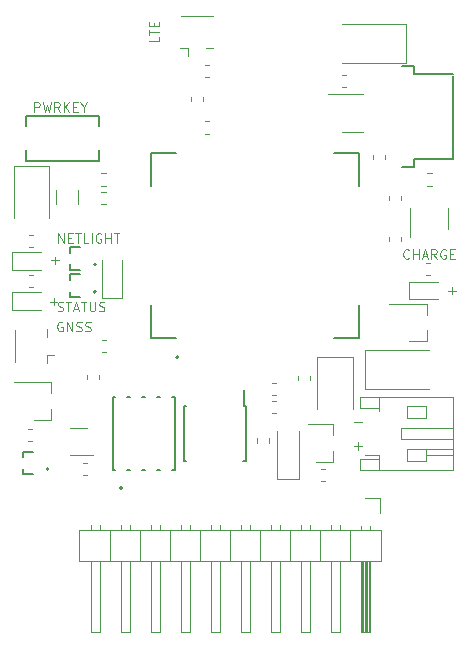
<source format=gto>
G04 #@! TF.GenerationSoftware,KiCad,Pcbnew,(5.1.4-0)*
G04 #@! TF.CreationDate,2021-09-04T15:45:49+08:00*
G04 #@! TF.ProjectId,SIM7080,53494d37-3038-4302-9e6b-696361645f70,V1.2*
G04 #@! TF.SameCoordinates,Original*
G04 #@! TF.FileFunction,Legend,Top*
G04 #@! TF.FilePolarity,Positive*
%FSLAX46Y46*%
G04 Gerber Fmt 4.6, Leading zero omitted, Abs format (unit mm)*
G04 Created by KiCad (PCBNEW (5.1.4-0)) date 2021-09-04 15:45:49*
%MOMM*%
%LPD*%
G04 APERTURE LIST*
%ADD10C,0.120000*%
%ADD11C,0.200000*%
%ADD12C,0.127000*%
%ADD13C,0.150000*%
%ADD14C,0.152400*%
G04 APERTURE END LIST*
D10*
X139695238Y-91157142D02*
X140304761Y-91157142D01*
X140000000Y-91461904D02*
X140000000Y-90852380D01*
X169973809Y-90935714D02*
X169935714Y-90973809D01*
X169821428Y-91011904D01*
X169745238Y-91011904D01*
X169630952Y-90973809D01*
X169554761Y-90897619D01*
X169516666Y-90821428D01*
X169478571Y-90669047D01*
X169478571Y-90554761D01*
X169516666Y-90402380D01*
X169554761Y-90326190D01*
X169630952Y-90250000D01*
X169745238Y-90211904D01*
X169821428Y-90211904D01*
X169935714Y-90250000D01*
X169973809Y-90288095D01*
X170316666Y-91011904D02*
X170316666Y-90211904D01*
X170316666Y-90592857D02*
X170773809Y-90592857D01*
X170773809Y-91011904D02*
X170773809Y-90211904D01*
X171116666Y-90783333D02*
X171497619Y-90783333D01*
X171040476Y-91011904D02*
X171307142Y-90211904D01*
X171573809Y-91011904D01*
X172297619Y-91011904D02*
X172030952Y-90630952D01*
X171840476Y-91011904D02*
X171840476Y-90211904D01*
X172145238Y-90211904D01*
X172221428Y-90250000D01*
X172259523Y-90288095D01*
X172297619Y-90364285D01*
X172297619Y-90478571D01*
X172259523Y-90554761D01*
X172221428Y-90592857D01*
X172145238Y-90630952D01*
X171840476Y-90630952D01*
X173059523Y-90250000D02*
X172983333Y-90211904D01*
X172869047Y-90211904D01*
X172754761Y-90250000D01*
X172678571Y-90326190D01*
X172640476Y-90402380D01*
X172602380Y-90554761D01*
X172602380Y-90669047D01*
X172640476Y-90821428D01*
X172678571Y-90897619D01*
X172754761Y-90973809D01*
X172869047Y-91011904D01*
X172945238Y-91011904D01*
X173059523Y-90973809D01*
X173097619Y-90935714D01*
X173097619Y-90669047D01*
X172945238Y-90669047D01*
X173440476Y-90592857D02*
X173707142Y-90592857D01*
X173821428Y-91011904D02*
X173440476Y-91011904D01*
X173440476Y-90211904D01*
X173821428Y-90211904D01*
X138228571Y-78561904D02*
X138228571Y-77761904D01*
X138533333Y-77761904D01*
X138609523Y-77800000D01*
X138647619Y-77838095D01*
X138685714Y-77914285D01*
X138685714Y-78028571D01*
X138647619Y-78104761D01*
X138609523Y-78142857D01*
X138533333Y-78180952D01*
X138228571Y-78180952D01*
X138952380Y-77761904D02*
X139142857Y-78561904D01*
X139295238Y-77990476D01*
X139447619Y-78561904D01*
X139638095Y-77761904D01*
X140400000Y-78561904D02*
X140133333Y-78180952D01*
X139942857Y-78561904D02*
X139942857Y-77761904D01*
X140247619Y-77761904D01*
X140323809Y-77800000D01*
X140361904Y-77838095D01*
X140400000Y-77914285D01*
X140400000Y-78028571D01*
X140361904Y-78104761D01*
X140323809Y-78142857D01*
X140247619Y-78180952D01*
X139942857Y-78180952D01*
X140742857Y-78561904D02*
X140742857Y-77761904D01*
X141200000Y-78561904D02*
X140857142Y-78104761D01*
X141200000Y-77761904D02*
X140742857Y-78219047D01*
X141542857Y-78142857D02*
X141809523Y-78142857D01*
X141923809Y-78561904D02*
X141542857Y-78561904D01*
X141542857Y-77761904D01*
X141923809Y-77761904D01*
X142419047Y-78180952D02*
X142419047Y-78561904D01*
X142152380Y-77761904D02*
X142419047Y-78180952D01*
X142685714Y-77761904D01*
X140628571Y-96400000D02*
X140552380Y-96361904D01*
X140438095Y-96361904D01*
X140323809Y-96400000D01*
X140247619Y-96476190D01*
X140209523Y-96552380D01*
X140171428Y-96704761D01*
X140171428Y-96819047D01*
X140209523Y-96971428D01*
X140247619Y-97047619D01*
X140323809Y-97123809D01*
X140438095Y-97161904D01*
X140514285Y-97161904D01*
X140628571Y-97123809D01*
X140666666Y-97085714D01*
X140666666Y-96819047D01*
X140514285Y-96819047D01*
X141009523Y-97161904D02*
X141009523Y-96361904D01*
X141466666Y-97161904D01*
X141466666Y-96361904D01*
X141809523Y-97123809D02*
X141923809Y-97161904D01*
X142114285Y-97161904D01*
X142190476Y-97123809D01*
X142228571Y-97085714D01*
X142266666Y-97009523D01*
X142266666Y-96933333D01*
X142228571Y-96857142D01*
X142190476Y-96819047D01*
X142114285Y-96780952D01*
X141961904Y-96742857D01*
X141885714Y-96704761D01*
X141847619Y-96666666D01*
X141809523Y-96590476D01*
X141809523Y-96514285D01*
X141847619Y-96438095D01*
X141885714Y-96400000D01*
X141961904Y-96361904D01*
X142152380Y-96361904D01*
X142266666Y-96400000D01*
X142571428Y-97123809D02*
X142685714Y-97161904D01*
X142876190Y-97161904D01*
X142952380Y-97123809D01*
X142990476Y-97085714D01*
X143028571Y-97009523D01*
X143028571Y-96933333D01*
X142990476Y-96857142D01*
X142952380Y-96819047D01*
X142876190Y-96780952D01*
X142723809Y-96742857D01*
X142647619Y-96704761D01*
X142609523Y-96666666D01*
X142571428Y-96590476D01*
X142571428Y-96514285D01*
X142609523Y-96438095D01*
X142647619Y-96400000D01*
X142723809Y-96361904D01*
X142914285Y-96361904D01*
X143028571Y-96400000D01*
X148761904Y-72219047D02*
X148761904Y-72600000D01*
X147961904Y-72600000D01*
X147961904Y-72066666D02*
X147961904Y-71609523D01*
X148761904Y-71838095D02*
X147961904Y-71838095D01*
X148342857Y-71342857D02*
X148342857Y-71076190D01*
X148761904Y-70961904D02*
X148761904Y-71342857D01*
X147961904Y-71342857D01*
X147961904Y-70961904D01*
X165345238Y-104857142D02*
X165954761Y-104857142D01*
X140266666Y-89661904D02*
X140266666Y-88861904D01*
X140723809Y-89661904D01*
X140723809Y-88861904D01*
X141104761Y-89242857D02*
X141371428Y-89242857D01*
X141485714Y-89661904D02*
X141104761Y-89661904D01*
X141104761Y-88861904D01*
X141485714Y-88861904D01*
X141714285Y-88861904D02*
X142171428Y-88861904D01*
X141942857Y-89661904D02*
X141942857Y-88861904D01*
X142819047Y-89661904D02*
X142438095Y-89661904D01*
X142438095Y-88861904D01*
X143085714Y-89661904D02*
X143085714Y-88861904D01*
X143885714Y-88900000D02*
X143809523Y-88861904D01*
X143695238Y-88861904D01*
X143580952Y-88900000D01*
X143504761Y-88976190D01*
X143466666Y-89052380D01*
X143428571Y-89204761D01*
X143428571Y-89319047D01*
X143466666Y-89471428D01*
X143504761Y-89547619D01*
X143580952Y-89623809D01*
X143695238Y-89661904D01*
X143771428Y-89661904D01*
X143885714Y-89623809D01*
X143923809Y-89585714D01*
X143923809Y-89319047D01*
X143771428Y-89319047D01*
X144266666Y-89661904D02*
X144266666Y-88861904D01*
X144266666Y-89242857D02*
X144723809Y-89242857D01*
X144723809Y-89661904D02*
X144723809Y-88861904D01*
X144990476Y-88861904D02*
X145447619Y-88861904D01*
X145219047Y-89661904D02*
X145219047Y-88861904D01*
X140219047Y-95423809D02*
X140333333Y-95461904D01*
X140523809Y-95461904D01*
X140600000Y-95423809D01*
X140638095Y-95385714D01*
X140676190Y-95309523D01*
X140676190Y-95233333D01*
X140638095Y-95157142D01*
X140600000Y-95119047D01*
X140523809Y-95080952D01*
X140371428Y-95042857D01*
X140295238Y-95004761D01*
X140257142Y-94966666D01*
X140219047Y-94890476D01*
X140219047Y-94814285D01*
X140257142Y-94738095D01*
X140295238Y-94700000D01*
X140371428Y-94661904D01*
X140561904Y-94661904D01*
X140676190Y-94700000D01*
X140904761Y-94661904D02*
X141361904Y-94661904D01*
X141133333Y-95461904D02*
X141133333Y-94661904D01*
X141590476Y-95233333D02*
X141971428Y-95233333D01*
X141514285Y-95461904D02*
X141780952Y-94661904D01*
X142047619Y-95461904D01*
X142200000Y-94661904D02*
X142657142Y-94661904D01*
X142428571Y-95461904D02*
X142428571Y-94661904D01*
X142923809Y-94661904D02*
X142923809Y-95309523D01*
X142961904Y-95385714D01*
X143000000Y-95423809D01*
X143076190Y-95461904D01*
X143228571Y-95461904D01*
X143304761Y-95423809D01*
X143342857Y-95385714D01*
X143380952Y-95309523D01*
X143380952Y-94661904D01*
X143723809Y-95423809D02*
X143838095Y-95461904D01*
X144028571Y-95461904D01*
X144104761Y-95423809D01*
X144142857Y-95385714D01*
X144180952Y-95309523D01*
X144180952Y-95233333D01*
X144142857Y-95157142D01*
X144104761Y-95119047D01*
X144028571Y-95080952D01*
X143876190Y-95042857D01*
X143800000Y-95004761D01*
X143761904Y-94966666D01*
X143723809Y-94890476D01*
X143723809Y-94814285D01*
X143761904Y-94738095D01*
X143800000Y-94700000D01*
X143876190Y-94661904D01*
X144066666Y-94661904D01*
X144180952Y-94700000D01*
X165345238Y-106857142D02*
X165954761Y-106857142D01*
X165650000Y-107161904D02*
X165650000Y-106552380D01*
X173295238Y-93707142D02*
X173904761Y-93707142D01*
X173600000Y-94011904D02*
X173600000Y-93402380D01*
X139595238Y-94657142D02*
X140204761Y-94657142D01*
X139900000Y-94961904D02*
X139900000Y-94352380D01*
D11*
X143465000Y-93800000D02*
G75*
G03X143465000Y-93800000I-100000J0D01*
G01*
D12*
X141250000Y-94264000D02*
X142150000Y-94264000D01*
X141250000Y-92336000D02*
X141250000Y-92815000D01*
X142150000Y-92336000D02*
X141250000Y-92336000D01*
X141250000Y-93785000D02*
X141250000Y-94264000D01*
D11*
X143465000Y-91500000D02*
G75*
G03X143465000Y-91500000I-100000J0D01*
G01*
D12*
X141250000Y-91964000D02*
X142150000Y-91964000D01*
X141250000Y-90036000D02*
X141250000Y-90515000D01*
X142150000Y-90036000D02*
X141250000Y-90036000D01*
X141250000Y-91485000D02*
X141250000Y-91964000D01*
D11*
X139465000Y-108800000D02*
G75*
G03X139465000Y-108800000I-100000J0D01*
G01*
D12*
X137250000Y-109264000D02*
X138150000Y-109264000D01*
X137250000Y-107336000D02*
X137250000Y-107815000D01*
X138150000Y-107336000D02*
X137250000Y-107336000D01*
X137250000Y-108785000D02*
X137250000Y-109264000D01*
X143700000Y-82700000D02*
X143700000Y-81830000D01*
X137500000Y-82700000D02*
X143700000Y-82700000D01*
X137500000Y-81830000D02*
X137500000Y-82700000D01*
X143700000Y-78930000D02*
X143700000Y-79800000D01*
X137500000Y-78900000D02*
X143700000Y-78900000D01*
X137500000Y-79770000D02*
X137500000Y-78900000D01*
D10*
X144321267Y-97890000D02*
X143978733Y-97890000D01*
X144321267Y-98910000D02*
X143978733Y-98910000D01*
X152728733Y-75610000D02*
X153071267Y-75610000D01*
X152728733Y-74590000D02*
X153071267Y-74590000D01*
X152728733Y-79390000D02*
X153071267Y-79390000D01*
X152728733Y-80410000D02*
X153071267Y-80410000D01*
X139510000Y-87550000D02*
X139510000Y-83165000D01*
X139510000Y-83165000D02*
X136490000Y-83165000D01*
X136490000Y-83165000D02*
X136490000Y-87550000D01*
X141910000Y-85197936D02*
X141910000Y-86402064D01*
X140090000Y-85197936D02*
X140090000Y-86402064D01*
X143928733Y-84810000D02*
X144271267Y-84810000D01*
X143928733Y-83790000D02*
X144271267Y-83790000D01*
X143928733Y-86360000D02*
X144271267Y-86360000D01*
X143928733Y-85340000D02*
X144271267Y-85340000D01*
X164671267Y-76510000D02*
X164328733Y-76510000D01*
X164671267Y-75490000D02*
X164328733Y-75490000D01*
X142328733Y-108290000D02*
X142671267Y-108290000D01*
X142328733Y-109310000D02*
X142671267Y-109310000D01*
X158328733Y-103090000D02*
X158671267Y-103090000D01*
X158328733Y-104110000D02*
X158671267Y-104110000D01*
X158671267Y-101490000D02*
X158328733Y-101490000D01*
X158671267Y-102510000D02*
X158328733Y-102510000D01*
X162190000Y-99365000D02*
X162190000Y-103750000D01*
X165210000Y-99365000D02*
X162190000Y-99365000D01*
X165210000Y-103750000D02*
X165210000Y-99365000D01*
X161610000Y-100928733D02*
X161610000Y-101271267D01*
X160590000Y-100928733D02*
X160590000Y-101271267D01*
X158765000Y-105600000D02*
X158765000Y-109685000D01*
X158765000Y-109685000D02*
X160635000Y-109685000D01*
X160635000Y-109685000D02*
X160635000Y-105600000D01*
X157090000Y-106571267D02*
X157090000Y-106228733D01*
X158110000Y-106571267D02*
X158110000Y-106228733D01*
X171871267Y-84810000D02*
X171528733Y-84810000D01*
X171871267Y-83790000D02*
X171528733Y-83790000D01*
X162871267Y-108790000D02*
X162528733Y-108790000D01*
X162871267Y-109810000D02*
X162528733Y-109810000D01*
X144000000Y-94300000D02*
X145700000Y-94300000D01*
X145700000Y-94300000D02*
X145700000Y-91150000D01*
X144000000Y-94300000D02*
X144000000Y-91150000D01*
X141300000Y-107660000D02*
X143200000Y-107660000D01*
X142700000Y-105340000D02*
X141300000Y-105340000D01*
X138800000Y-90465000D02*
X136340000Y-90465000D01*
X136340000Y-90465000D02*
X136340000Y-91935000D01*
X136340000Y-91935000D02*
X138800000Y-91935000D01*
X136340000Y-95335000D02*
X138800000Y-95335000D01*
X136340000Y-93865000D02*
X136340000Y-95335000D01*
X138800000Y-93865000D02*
X136340000Y-93865000D01*
X169700000Y-74450000D02*
X164300000Y-74450000D01*
X169700000Y-71150000D02*
X164300000Y-71150000D01*
X169700000Y-74450000D02*
X169700000Y-71150000D01*
X166250000Y-98700000D02*
X166250000Y-102000000D01*
X166250000Y-102000000D02*
X171650000Y-102000000D01*
X166250000Y-98700000D02*
X171650000Y-98700000D01*
X172400000Y-92965000D02*
X169940000Y-92965000D01*
X169940000Y-92965000D02*
X169940000Y-94435000D01*
X169940000Y-94435000D02*
X172400000Y-94435000D01*
X150600000Y-73185000D02*
X151240000Y-73185000D01*
X153400000Y-73185000D02*
X152760000Y-73185000D01*
X151240000Y-73185000D02*
X151240000Y-73815000D01*
X150650000Y-70465000D02*
X153350000Y-70465000D01*
X136565000Y-99750000D02*
X136565000Y-97050000D01*
X139285000Y-99160000D02*
X139915000Y-99160000D01*
X139285000Y-97000000D02*
X139285000Y-97640000D01*
X139285000Y-99800000D02*
X139285000Y-99160000D01*
D13*
X170400000Y-82600000D02*
X173700000Y-82600000D01*
X173700000Y-82600000D02*
X173700000Y-75500000D01*
X170400000Y-75400000D02*
X173700000Y-75400000D01*
X170400000Y-75400000D02*
X170400000Y-74700000D01*
X170400000Y-74700000D02*
X169400000Y-74700000D01*
X170400000Y-82600000D02*
X170400000Y-83250000D01*
X170400000Y-83250000D02*
X169400000Y-83250000D01*
D10*
X167440000Y-107660000D02*
X167440000Y-107940000D01*
X167440000Y-107940000D02*
X165840000Y-107940000D01*
X165840000Y-107940000D02*
X165840000Y-108860000D01*
X165840000Y-108860000D02*
X173660000Y-108860000D01*
X173660000Y-108860000D02*
X173660000Y-102740000D01*
X173660000Y-102740000D02*
X165840000Y-102740000D01*
X165840000Y-102740000D02*
X165840000Y-103660000D01*
X165840000Y-103660000D02*
X167440000Y-103660000D01*
X167440000Y-103660000D02*
X167440000Y-103940000D01*
X173660000Y-106300000D02*
X169300000Y-106300000D01*
X169300000Y-106300000D02*
X169300000Y-105300000D01*
X169300000Y-105300000D02*
X173660000Y-105300000D01*
X167440000Y-108860000D02*
X167440000Y-107940000D01*
X167440000Y-102740000D02*
X167440000Y-103660000D01*
X169800000Y-108100000D02*
X171400000Y-108100000D01*
X171400000Y-108100000D02*
X171400000Y-107100000D01*
X171400000Y-107100000D02*
X169800000Y-107100000D01*
X169800000Y-107100000D02*
X169800000Y-108100000D01*
X169800000Y-103500000D02*
X171400000Y-103500000D01*
X171400000Y-103500000D02*
X171400000Y-104500000D01*
X171400000Y-104500000D02*
X169800000Y-104500000D01*
X169800000Y-104500000D02*
X169800000Y-103500000D01*
X171400000Y-107100000D02*
X173660000Y-107100000D01*
X171400000Y-107600000D02*
X173660000Y-107600000D01*
X167440000Y-107660000D02*
X166225000Y-107660000D01*
X167580000Y-113940000D02*
X142060000Y-113940000D01*
X142060000Y-113940000D02*
X142060000Y-116600000D01*
X142060000Y-116600000D02*
X167580000Y-116600000D01*
X167580000Y-116600000D02*
X167580000Y-113940000D01*
X166630000Y-116600000D02*
X166630000Y-122600000D01*
X166630000Y-122600000D02*
X165870000Y-122600000D01*
X165870000Y-122600000D02*
X165870000Y-116600000D01*
X166570000Y-116600000D02*
X166570000Y-122600000D01*
X166450000Y-116600000D02*
X166450000Y-122600000D01*
X166330000Y-116600000D02*
X166330000Y-122600000D01*
X166210000Y-116600000D02*
X166210000Y-122600000D01*
X166090000Y-116600000D02*
X166090000Y-122600000D01*
X165970000Y-116600000D02*
X165970000Y-122600000D01*
X166630000Y-113610000D02*
X166630000Y-113940000D01*
X165870000Y-113610000D02*
X165870000Y-113940000D01*
X164980000Y-113940000D02*
X164980000Y-116600000D01*
X164090000Y-116600000D02*
X164090000Y-122600000D01*
X164090000Y-122600000D02*
X163330000Y-122600000D01*
X163330000Y-122600000D02*
X163330000Y-116600000D01*
X164090000Y-113542929D02*
X164090000Y-113940000D01*
X163330000Y-113542929D02*
X163330000Y-113940000D01*
X162440000Y-113940000D02*
X162440000Y-116600000D01*
X161550000Y-116600000D02*
X161550000Y-122600000D01*
X161550000Y-122600000D02*
X160790000Y-122600000D01*
X160790000Y-122600000D02*
X160790000Y-116600000D01*
X161550000Y-113542929D02*
X161550000Y-113940000D01*
X160790000Y-113542929D02*
X160790000Y-113940000D01*
X159900000Y-113940000D02*
X159900000Y-116600000D01*
X159010000Y-116600000D02*
X159010000Y-122600000D01*
X159010000Y-122600000D02*
X158250000Y-122600000D01*
X158250000Y-122600000D02*
X158250000Y-116600000D01*
X159010000Y-113542929D02*
X159010000Y-113940000D01*
X158250000Y-113542929D02*
X158250000Y-113940000D01*
X157360000Y-113940000D02*
X157360000Y-116600000D01*
X156470000Y-116600000D02*
X156470000Y-122600000D01*
X156470000Y-122600000D02*
X155710000Y-122600000D01*
X155710000Y-122600000D02*
X155710000Y-116600000D01*
X156470000Y-113542929D02*
X156470000Y-113940000D01*
X155710000Y-113542929D02*
X155710000Y-113940000D01*
X154820000Y-113940000D02*
X154820000Y-116600000D01*
X153930000Y-116600000D02*
X153930000Y-122600000D01*
X153930000Y-122600000D02*
X153170000Y-122600000D01*
X153170000Y-122600000D02*
X153170000Y-116600000D01*
X153930000Y-113542929D02*
X153930000Y-113940000D01*
X153170000Y-113542929D02*
X153170000Y-113940000D01*
X152280000Y-113940000D02*
X152280000Y-116600000D01*
X151390000Y-116600000D02*
X151390000Y-122600000D01*
X151390000Y-122600000D02*
X150630000Y-122600000D01*
X150630000Y-122600000D02*
X150630000Y-116600000D01*
X151390000Y-113542929D02*
X151390000Y-113940000D01*
X150630000Y-113542929D02*
X150630000Y-113940000D01*
X149740000Y-113940000D02*
X149740000Y-116600000D01*
X148850000Y-116600000D02*
X148850000Y-122600000D01*
X148850000Y-122600000D02*
X148090000Y-122600000D01*
X148090000Y-122600000D02*
X148090000Y-116600000D01*
X148850000Y-113542929D02*
X148850000Y-113940000D01*
X148090000Y-113542929D02*
X148090000Y-113940000D01*
X147200000Y-113940000D02*
X147200000Y-116600000D01*
X146310000Y-116600000D02*
X146310000Y-122600000D01*
X146310000Y-122600000D02*
X145550000Y-122600000D01*
X145550000Y-122600000D02*
X145550000Y-116600000D01*
X146310000Y-113542929D02*
X146310000Y-113940000D01*
X145550000Y-113542929D02*
X145550000Y-113940000D01*
X144660000Y-113940000D02*
X144660000Y-116600000D01*
X143770000Y-116600000D02*
X143770000Y-122600000D01*
X143770000Y-122600000D02*
X143010000Y-122600000D01*
X143010000Y-122600000D02*
X143010000Y-116600000D01*
X143770000Y-113542929D02*
X143770000Y-113940000D01*
X143010000Y-113542929D02*
X143010000Y-113940000D01*
X166250000Y-111230000D02*
X167520000Y-111230000D01*
X167520000Y-111230000D02*
X167520000Y-112500000D01*
X143760000Y-100828733D02*
X143760000Y-101171267D01*
X142740000Y-100828733D02*
X142740000Y-101171267D01*
X139660000Y-104630000D02*
X139660000Y-103700000D01*
X139660000Y-101470000D02*
X139660000Y-102400000D01*
X139660000Y-101470000D02*
X136500000Y-101470000D01*
X139660000Y-104630000D02*
X138200000Y-104630000D01*
X171460000Y-97980000D02*
X170000000Y-97980000D01*
X171460000Y-94820000D02*
X168300000Y-94820000D01*
X171460000Y-94820000D02*
X171460000Y-95750000D01*
X171460000Y-97980000D02*
X171460000Y-97050000D01*
X151490000Y-77671267D02*
X151490000Y-77328733D01*
X152510000Y-77671267D02*
X152510000Y-77328733D01*
X166890000Y-82571267D02*
X166890000Y-82228733D01*
X167910000Y-82571267D02*
X167910000Y-82228733D01*
X137828733Y-88990000D02*
X138171267Y-88990000D01*
X137828733Y-90010000D02*
X138171267Y-90010000D01*
X137828733Y-93410000D02*
X138171267Y-93410000D01*
X137828733Y-92390000D02*
X138171267Y-92390000D01*
X138021267Y-105390000D02*
X137678733Y-105390000D01*
X138021267Y-106410000D02*
X137678733Y-106410000D01*
X171771267Y-91390000D02*
X171428733Y-91390000D01*
X171771267Y-92410000D02*
X171428733Y-92410000D01*
X169260000Y-89521267D02*
X169260000Y-89178733D01*
X168240000Y-89521267D02*
X168240000Y-89178733D01*
X168240000Y-86021267D02*
X168240000Y-85678733D01*
X169260000Y-86021267D02*
X169260000Y-85678733D01*
X164300000Y-80310000D02*
X166100000Y-80310000D01*
X166100000Y-77090000D02*
X163150000Y-77090000D01*
D12*
X150200000Y-97750000D02*
X148100000Y-97750000D01*
X148100000Y-97750000D02*
X148100000Y-94950000D01*
X148100000Y-84850000D02*
X148100000Y-82050000D01*
X148100000Y-82050000D02*
X150200000Y-82050000D01*
X165700000Y-94950000D02*
X165700000Y-97750000D01*
X165700000Y-97750000D02*
X163600000Y-97750000D01*
X165700000Y-84850000D02*
X165700000Y-82050000D01*
X165700000Y-82050000D02*
X163600000Y-82050000D01*
D11*
X150450000Y-99350000D02*
G75*
G03X150450000Y-99350000I-100000J0D01*
G01*
D14*
X150128900Y-108924200D02*
X150128900Y-102675800D01*
X150128900Y-102675800D02*
X149941340Y-102675800D01*
X144871100Y-102675800D02*
X144871100Y-108924200D01*
X144871100Y-108924200D02*
X145058660Y-108924200D01*
X146131340Y-108924200D02*
X146328660Y-108924200D01*
X147401340Y-108924200D02*
X147598660Y-108924200D01*
X148671340Y-108924200D02*
X148868660Y-108924200D01*
X149941340Y-108924200D02*
X150128900Y-108924200D01*
X148868660Y-102675800D02*
X148671340Y-102675800D01*
X147598660Y-102675800D02*
X147401340Y-102675800D01*
X146328660Y-102675800D02*
X146131340Y-102675800D01*
X145058660Y-102675800D02*
X144871100Y-102675800D01*
X145696600Y-110418000D02*
G75*
G03X145696600Y-110418000I-101600J0D01*
G01*
D13*
X156125000Y-103475000D02*
X156000000Y-103475000D01*
X156125000Y-108125000D02*
X155900000Y-108125000D01*
X150875000Y-108125000D02*
X151100000Y-108125000D01*
X150875000Y-103475000D02*
X151100000Y-103475000D01*
X156125000Y-103475000D02*
X156125000Y-108125000D01*
X150875000Y-103475000D02*
X150875000Y-108125000D01*
X156000000Y-103475000D02*
X156000000Y-102125000D01*
D10*
X163560000Y-108180000D02*
X163560000Y-107250000D01*
X163560000Y-105020000D02*
X163560000Y-105950000D01*
X163560000Y-105020000D02*
X161400000Y-105020000D01*
X163560000Y-108180000D02*
X162100000Y-108180000D01*
X173310000Y-88500000D02*
X173310000Y-86700000D01*
X170090000Y-86700000D02*
X170090000Y-89150000D01*
M02*

</source>
